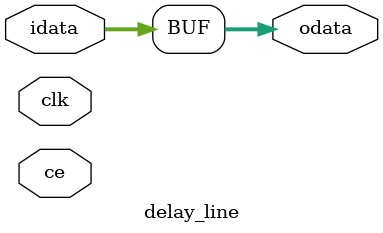
<source format=v>
`timescale 1ns / 1ps

module delay #(
    parameter N = 4
) (
    input clk,
    input ce,
    input [N-1:0]idata,
    output [N-1:0]odata
);

reg [N-1:0] val = N-1'b0;

always @(posedge clk)
begin
    if (ce) val = idata;
    else val = val;
end

assign odata = val;

endmodule

module delay_line #(
    parameter N=4,
    parameter DELAY=0
) (
    input clk,
    input ce, 
    input [N-1:0]idata,
    output [N-1:0]odata
);

if (DELAY == 0)
    begin
        assign odata = idata;
    end
else
    begin
        // Dla delay większego od 1 tablica do przechowania danych
        wire [N-1:0]tdata [0:DELAY];
        
        genvar i;
        
        for (i=0; i<DELAY; i=i+1)
            begin
                // Generuję moduły typu delay jako delay _inst
                delay #(N) delay_inst (
                    .clk(clk),
                    .ce(ce),
                    .idata(i == 0 ? idata : tdata[i]),
                    .odata(tdata[i+1])
                );
            end
       
        assign odata = tdata[DELAY];
    end    
endmodule

</source>
